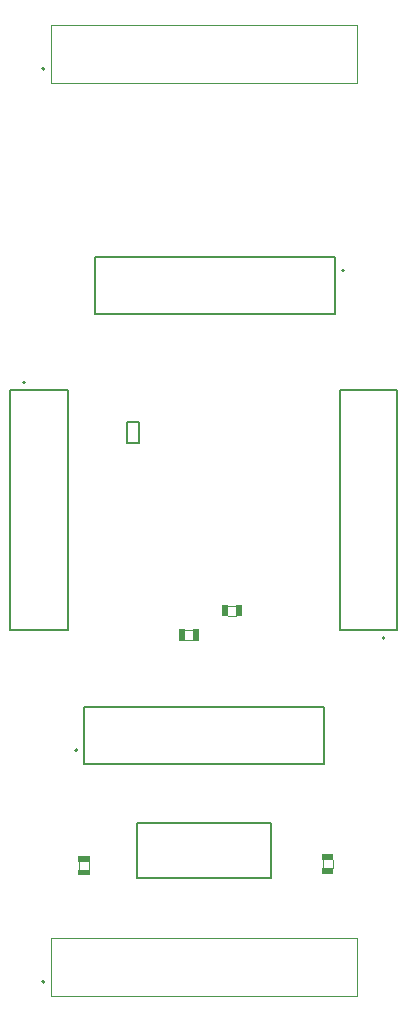
<source format=gbr>
%TF.GenerationSoftware,Altium Limited,Altium Designer,23.4.1 (23)*%
G04 Layer_Color=16711935*
%FSLAX45Y45*%
%MOMM*%
%TF.SameCoordinates,37F79050-5382-499E-8BED-BD4E09E40BF1*%
%TF.FilePolarity,Positive*%
%TF.FileFunction,Other,Mechanical_13*%
%TF.Part,Single*%
G01*
G75*
%TA.AperFunction,NonConductor*%
%ADD26C,0.20000*%
%ADD27C,0.12700*%
%ADD42C,0.10160*%
%ADD43C,0.10000*%
G36*
X682013Y1458440D02*
Y1408389D01*
X586990D01*
Y1458440D01*
X682013D01*
D02*
G37*
G36*
X682087Y1575280D02*
Y1525338D01*
X586990D01*
Y1575280D01*
X682087D01*
D02*
G37*
G36*
X2745763Y1474315D02*
Y1424264D01*
X2650740D01*
Y1474315D01*
X2745763D01*
D02*
G37*
G36*
X2745837Y1591155D02*
Y1541213D01*
X2650740D01*
Y1591155D01*
X2745837D01*
D02*
G37*
G36*
X1490190Y3397862D02*
X1440139D01*
Y3492885D01*
X1490190D01*
Y3397862D01*
D02*
G37*
G36*
X1607030Y3397788D02*
X1557088D01*
Y3492885D01*
X1607030D01*
Y3397788D01*
D02*
G37*
G36*
X1806095Y3698337D02*
X1856037D01*
Y3603240D01*
X1806095D01*
Y3698337D01*
D02*
G37*
G36*
X1922935Y3698263D02*
X1972986D01*
Y3603240D01*
X1922935D01*
Y3698263D01*
D02*
G37*
D26*
X300500Y8238000D02*
G03*
X300500Y8238000I-10000J0D01*
G01*
Y508000D02*
G03*
X300500Y508000I-10000J0D01*
G01*
X3183000Y3419000D02*
G03*
X3183000Y3419000I-10000J0D01*
G01*
X137000Y5581000D02*
G03*
X137000Y5581000I-10000J0D01*
G01*
X579000Y2468000D02*
G03*
X579000Y2468000I-10000J0D01*
G01*
X2837250Y6532000D02*
G03*
X2837250Y6532000I-10000J0D01*
G01*
D27*
X1097750Y5069375D02*
Y5249375D01*
X997750Y5069375D02*
Y5249375D01*
X1097750D01*
X997750Y5069375D02*
X1097750D01*
X2804500Y3484000D02*
X3287500D01*
X2804500D02*
Y5516000D01*
X3287500D01*
Y3484000D02*
Y5516000D01*
X2804500Y3484000D02*
X3287500D01*
X2804500D02*
Y5516000D01*
X3287500D01*
X12500D02*
X495500D01*
Y3484000D02*
Y5516000D01*
X12500Y3484000D02*
X495500D01*
X12500D02*
Y5516000D01*
X495500D01*
Y3484000D02*
Y5516000D01*
X12500Y3484000D02*
X495500D01*
X634000Y2353500D02*
Y2836500D01*
X2666000D01*
Y2353500D02*
Y2836500D01*
X634000Y2353500D02*
X2666000D01*
X634000D02*
Y2836500D01*
X2666000D01*
Y2353500D02*
Y2836500D01*
X2762250Y6163500D02*
Y6646500D01*
X730250Y6163500D02*
X2762250D01*
X730250D02*
Y6646500D01*
X2762250D01*
Y6163500D02*
Y6646500D01*
X730250Y6163500D02*
X2762250D01*
X730250D02*
Y6646500D01*
X1080000Y1384250D02*
X2220000D01*
X1080000Y1854250D02*
X2220000D01*
Y1384250D02*
Y1854250D01*
X1080000Y1384250D02*
Y1854250D01*
D42*
X1488400Y3402975D02*
X1559600D01*
X1488400Y3488075D02*
X1559600D01*
X1853525Y3608050D02*
X1924725D01*
X1853525Y3693150D02*
X1924725D01*
X591800Y1456650D02*
Y1527850D01*
X676900Y1456650D02*
Y1527850D01*
X2655550Y1472525D02*
Y1543725D01*
X2740650Y1472525D02*
Y1543725D01*
D43*
X355500Y8117350D02*
Y8612650D01*
X2946500D01*
Y8117350D02*
Y8612650D01*
X355500Y8117350D02*
X2946500D01*
X355500D02*
Y8612650D01*
X2946500D01*
Y8117350D02*
Y8612650D01*
X355500Y387350D02*
Y882650D01*
X2946500D01*
Y387350D02*
Y882650D01*
X355500Y387350D02*
X2946500D01*
X355500D02*
Y882650D01*
X2946500D01*
Y387350D02*
Y882650D01*
%TF.MD5,80195e5e17b376c766e1eea33c7a2076*%
M02*

</source>
